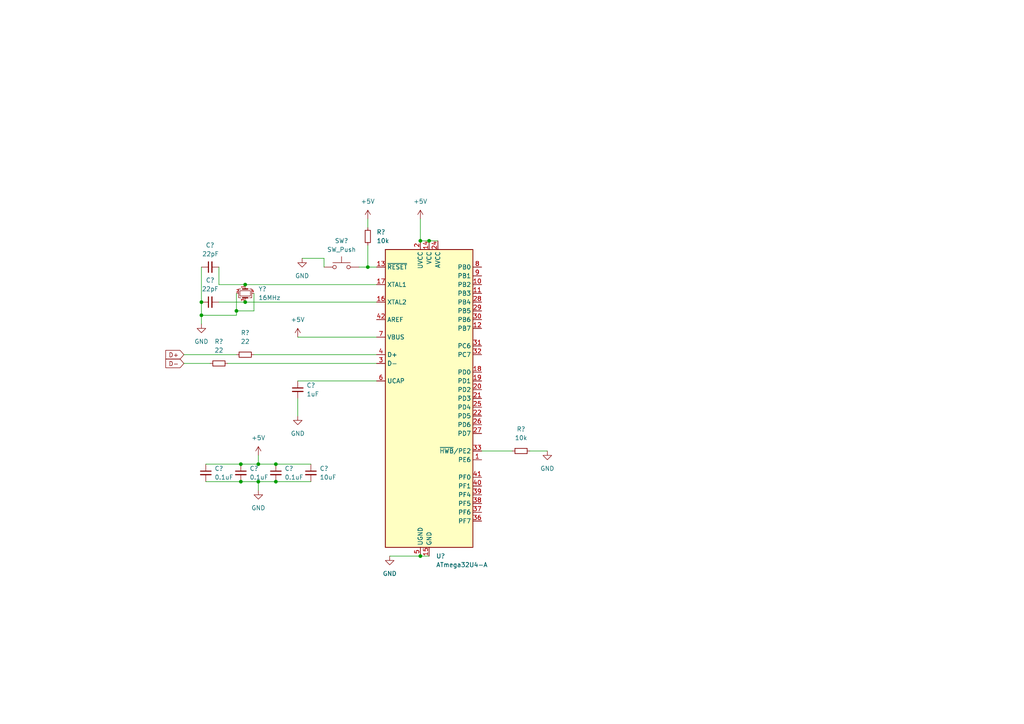
<source format=kicad_sch>
(kicad_sch (version 20211123) (generator eeschema)
  (paper "A4")
  (lib_symbols
    (symbol "Device:C_Small" (pin_numbers hide) (pin_names (offset 0.254) hide)
      (property "Reference" "C" (at 0.254 1.778 0))
      (property "Value" "C_Small" (at 0.254 -2.032 0))
      (symbol "C_Small_0_1"
        (polyline (pts (xy -1.524 -0.508) (xy 1.524 -0.508)) (stroke (width 0.3302)))
        (polyline (pts (xy -1.524 0.508) (xy 1.524 0.508)) (stroke (width 0.3048)))
      )
      (symbol "C_Small_1_1"
        (pin passive line (at 0 2.54 270) (length 2.032) (name "~") (number "1"))
        (pin passive line (at 0 -2.54 90) (length 2.032) (name "~") (number "2"))
      )
    )
    (symbol "Device:Crystal_GND24_Small" (pin_names (offset 1.016) hide)
      (property "Reference" "Y" (at 1.27 4.445 0))
      (property "Value" "Crystal_GND24_Small" (at 1.27 2.54 0))
      (symbol "Crystal_GND24_Small_0_1"
        (rectangle (start -0.762 -1.524) (end 0.762 1.524))
        (polyline (pts (xy -1.27 -0.762) (xy -1.27 0.762)) (stroke (width 0.381)))
        (polyline (pts (xy 1.27 -0.762) (xy 1.27 0.762)) (stroke (width 0.381)))
        (polyline (pts (xy -1.27 -1.27) (xy -1.27 -1.905) (xy 1.27 -1.905) (xy 1.27 -1.27)))
        (polyline (pts (xy -1.27 1.27) (xy -1.27 1.905) (xy 1.27 1.905) (xy 1.27 1.27)))
      )
      (symbol "Crystal_GND24_Small_1_1"
        (pin passive line (at -2.54 0 0) (length 1.27) (name "1") (number "1"))
        (pin passive line (at 0 -2.54 90) (length 0.635) (name "2") (number "2"))
        (pin passive line (at 2.54 0 180) (length 1.27) (name "3") (number "3"))
        (pin passive line (at 0 2.54 270) (length 0.635) (name "4") (number "4"))
      )
    )
    (symbol "Device:R_Small" (pin_numbers hide) (pin_names (offset 0.254) hide)
      (property "Reference" "R" (at 0.762 0.508 0))
      (property "Value" "R_Small" (at 0.762 -1.016 0))
      (symbol "R_Small_0_1"
        (rectangle (start -0.762 1.778) (end 0.762 -1.778) (stroke (width 0.2032)))
      )
      (symbol "R_Small_1_1"
        (pin passive line (at 0 2.54 270) (length 0.762) (name "~") (number "1"))
        (pin passive line (at 0 -2.54 90) (length 0.762) (name "~") (number "2"))
      )
    )
    (symbol "MCU_Microchip_ATmega:ATmega32U4-A"
      (property "Reference" "U" (at -12.7 44.45 0))
      (property "Value" "ATmega32U4-A" (at 2.54 -44.45 0))
      (symbol "ATmega32U4-A_0_1"
        (rectangle (start -12.7 -43.18) (end 12.7 43.18) (stroke (width 0.254)) (fill (type background)))
      )
      (symbol "ATmega32U4-A_1_1"
        (pin bidirectional line (at 15.24 -17.78 180) (length 2.54) (name "PE6") (number "1"))
        (pin bidirectional line (at 15.24 33.02 180) (length 2.54) (name "PB2") (number "10"))
        (pin bidirectional line (at 15.24 30.48 180) (length 2.54) (name "PB3") (number "11"))
        (pin bidirectional line (at 15.24 20.32 180) (length 2.54) (name "PB7") (number "12"))
        (pin input line (at -15.24 38.1 0) (length 2.54) (name "~{RESET}") (number "13"))
        (pin power_in line (at 0 45.72 270) (length 2.54) (name "VCC") (number "14"))
        (pin power_in line (at 0 -45.72 90) (length 2.54) (name "GND") (number "15"))
        (pin output line (at -15.24 27.94 0) (length 2.54) (name "XTAL2") (number "16"))
        (pin input line (at -15.24 33.02 0) (length 2.54) (name "XTAL1") (number "17"))
        (pin bidirectional line (at 15.24 7.62 180) (length 2.54) (name "PD0") (number "18"))
        (pin bidirectional line (at 15.24 5.08 180) (length 2.54) (name "PD1") (number "19"))
        (pin power_in line (at -2.54 45.72 270) (length 2.54) (name "UVCC") (number "2"))
        (pin bidirectional line (at 15.24 2.54 180) (length 2.54) (name "PD2") (number "20"))
        (pin bidirectional line (at 15.24 0 180) (length 2.54) (name "PD3") (number "21"))
        (pin bidirectional line (at 15.24 -5.08 180) (length 2.54) (name "PD5") (number "22"))
        (pin passive line (at 0 -45.72 90) (length 2.54) hide (name "GND") (number "23"))
        (pin power_in line (at 2.54 45.72 270) (length 2.54) (name "AVCC") (number "24"))
        (pin bidirectional line (at 15.24 -2.54 180) (length 2.54) (name "PD4") (number "25"))
        (pin bidirectional line (at 15.24 -7.62 180) (length 2.54) (name "PD6") (number "26"))
        (pin bidirectional line (at 15.24 -10.16 180) (length 2.54) (name "PD7") (number "27"))
        (pin bidirectional line (at 15.24 27.94 180) (length 2.54) (name "PB4") (number "28"))
        (pin bidirectional line (at 15.24 25.4 180) (length 2.54) (name "PB5") (number "29"))
        (pin bidirectional line (at -15.24 10.16 0) (length 2.54) (name "D-") (number "3"))
        (pin bidirectional line (at 15.24 22.86 180) (length 2.54) (name "PB6") (number "30"))
        (pin bidirectional line (at 15.24 15.24 180) (length 2.54) (name "PC6") (number "31"))
        (pin bidirectional line (at 15.24 12.7 180) (length 2.54) (name "PC7") (number "32"))
        (pin bidirectional line (at 15.24 -15.24 180) (length 2.54) (name "~{HWB}/PE2") (number "33"))
        (pin passive line (at 0 45.72 270) (length 2.54) hide (name "VCC") (number "34"))
        (pin passive line (at 0 -45.72 90) (length 2.54) hide (name "GND") (number "35"))
        (pin bidirectional line (at 15.24 -35.56 180) (length 2.54) (name "PF7") (number "36"))
        (pin bidirectional line (at 15.24 -33.02 180) (length 2.54) (name "PF6") (number "37"))
        (pin bidirectional line (at 15.24 -30.48 180) (length 2.54) (name "PF5") (number "38"))
        (pin bidirectional line (at 15.24 -27.94 180) (length 2.54) (name "PF4") (number "39"))
        (pin bidirectional line (at -15.24 12.7 0) (length 2.54) (name "D+") (number "4"))
        (pin bidirectional line (at 15.24 -25.4 180) (length 2.54) (name "PF1") (number "40"))
        (pin bidirectional line (at 15.24 -22.86 180) (length 2.54) (name "PF0") (number "41"))
        (pin passive line (at -15.24 22.86 0) (length 2.54) (name "AREF") (number "42"))
        (pin passive line (at 0 -45.72 90) (length 2.54) hide (name "GND") (number "43"))
        (pin passive line (at 2.54 45.72 270) (length 2.54) hide (name "AVCC") (number "44"))
        (pin passive line (at -2.54 -45.72 90) (length 2.54) (name "UGND") (number "5"))
        (pin passive line (at -15.24 5.08 0) (length 2.54) (name "UCAP") (number "6"))
        (pin input line (at -15.24 17.78 0) (length 2.54) (name "VBUS") (number "7"))
        (pin bidirectional line (at 15.24 38.1 180) (length 2.54) (name "PB0") (number "8"))
        (pin bidirectional line (at 15.24 35.56 180) (length 2.54) (name "PB1") (number "9"))
      )
    )
    (symbol "Switch:SW_Push" (pin_numbers hide) (pin_names (offset 1.016) hide)
      (property "Reference" "SW" (at 1.27 2.54 0))
      (property "Value" "SW_Push" (at 0 -1.524 0))
      (symbol "SW_Push_0_1"
        (circle (center -2.032 0) (radius 0.508))
        (polyline (pts (xy 0 1.27) (xy 0 3.048)))
        (polyline (pts (xy 2.54 1.27) (xy -2.54 1.27)))
        (circle (center 2.032 0) (radius 0.508))
        (pin passive line (at -5.08 0 0) (length 2.54) (name "1") (number "1"))
        (pin passive line (at 5.08 0 180) (length 2.54) (name "2") (number "2"))
      )
    )
    (symbol "power:+5V" (power) (pin_names (offset 0))
      (property "Value" "+5V" (at 0 3.556 0))
      (symbol "+5V_0_1"
        (polyline (pts (xy -0.762 1.27) (xy 0 2.54)))
        (polyline (pts (xy 0 0) (xy 0 2.54)))
        (polyline (pts (xy 0 2.54) (xy 0.762 1.27)))
      )
      (symbol "+5V_1_1"
        (pin power_in line (at 0 0 90) (length 0) hide (name "+5V") (number "1"))
      )
    )
    (symbol "power:GND" (power) (pin_names (offset 0))
      (property "Value" "GND" (at 0 -3.81 0))
      (symbol "GND_0_1"
        (polyline (pts (xy 0 0) (xy 0 -1.27) (xy 1.27 -1.27) (xy 0 -2.54) (xy -1.27 -1.27) (xy 0 -1.27)))
      )
      (symbol "GND_1_1"
        (pin power_in line (at 0 0 270) (length 0) hide (name "GND") (number "1"))
      )
    )
  )
  (junction (at 121.92 69.85))
  (junction (at 58.42 87.63))
  (junction (at 121.92 161.29))
  (junction (at 74.93 139.7))
  (junction (at 71.12 82.55))
  (junction (at 106.68 77.47))
  (junction (at 71.12 87.63))
  (junction (at 58.42 91.44))
  (junction (at 80.01 134.62))
  (junction (at 74.93 134.62))
  (junction (at 69.85 134.62))
  (junction (at 68.58 90.17))
  (junction (at 124.46 69.85))
  (junction (at 69.85 139.7))
  (junction (at 80.01 139.7))
  (wire (pts (xy 53.34 105.41) (xy 60.96 105.41)))
  (wire (pts (xy 71.12 82.55) (xy 63.5 82.55)))
  (wire (pts (xy 106.68 71.12) (xy 106.68 77.47)))
  (wire (pts (xy 58.42 77.47) (xy 58.42 87.63)))
  (wire (pts (xy 59.69 139.7) (xy 69.85 139.7)))
  (wire (pts (xy 71.12 82.55) (xy 109.22 82.55)))
  (wire (pts (xy 124.46 69.85) (xy 121.92 69.85)))
  (wire (pts (xy 127 69.85) (xy 124.46 69.85)))
  (wire (pts (xy 63.5 87.63) (xy 71.12 87.63)))
  (wire (pts (xy 153.67 130.81) (xy 158.75 130.81)))
  (wire (pts (xy 80.01 139.7) (xy 90.17 139.7)))
  (wire (pts (xy 58.42 91.44) (xy 58.42 93.98)))
  (wire (pts (xy 121.92 69.85) (xy 121.92 63.5)))
  (wire (pts (xy 121.92 161.29) (xy 124.46 161.29)))
  (wire (pts (xy 71.12 87.63) (xy 109.22 87.63)))
  (wire (pts (xy 93.98 77.47) (xy 93.98 74.93)))
  (wire (pts (xy 74.93 142.24) (xy 74.93 139.7)))
  (wire (pts (xy 58.42 87.63) (xy 58.42 91.44)))
  (wire (pts (xy 73.66 90.17) (xy 68.58 90.17)))
  (wire (pts (xy 74.93 139.7) (xy 80.01 139.7)))
  (wire (pts (xy 74.93 134.62) (xy 80.01 134.62)))
  (wire (pts (xy 139.7 130.81) (xy 148.59 130.81)))
  (wire (pts (xy 68.58 91.44) (xy 58.42 91.44)))
  (wire (pts (xy 69.85 134.62) (xy 74.93 134.62)))
  (wire (pts (xy 68.58 90.17) (xy 68.58 91.44)))
  (wire (pts (xy 59.69 134.62) (xy 69.85 134.62)))
  (wire (pts (xy 93.98 74.93) (xy 87.63 74.93)))
  (wire (pts (xy 74.93 132.08) (xy 74.93 134.62)))
  (wire (pts (xy 113.03 161.29) (xy 121.92 161.29)))
  (wire (pts (xy 86.36 115.57) (xy 86.36 120.65)))
  (wire (pts (xy 80.01 134.62) (xy 90.17 134.62)))
  (wire (pts (xy 73.66 85.09) (xy 73.66 90.17)))
  (wire (pts (xy 53.34 102.87) (xy 68.58 102.87)))
  (wire (pts (xy 106.68 77.47) (xy 109.22 77.47)))
  (wire (pts (xy 106.68 63.5) (xy 106.68 66.04)))
  (wire (pts (xy 104.14 77.47) (xy 106.68 77.47)))
  (wire (pts (xy 109.22 110.49) (xy 86.36 110.49)))
  (wire (pts (xy 69.85 139.7) (xy 74.93 139.7)))
  (wire (pts (xy 73.66 102.87) (xy 109.22 102.87)))
  (wire (pts (xy 63.5 82.55) (xy 63.5 77.47)))
  (wire (pts (xy 68.58 85.09) (xy 68.58 90.17)))
  (wire (pts (xy 86.36 97.79) (xy 109.22 97.79)))
  (wire (pts (xy 66.04 105.41) (xy 109.22 105.41)))
  (global_label "D+" (shape input) (at 53.34 102.87 180) (property "Intersheet References" "${INTERSHEET_REFS}" (effects hide)))
  (global_label "D-" (shape input) (at 53.34 105.41 180) (property "Intersheet References" "${INTERSHEET_REFS}" (effects hide)))
  (symbol (lib_id "power:GND") (at 113.03 161.29 0) (unit 1)
    (property "Reference" "#PWR?" (effects hide))
    (property "Value" "GND" (at 113.03 166.37 0))
  )
  (symbol (lib_id "Device:C_Small") (at 60.96 87.63 90) (unit 1)
    (property "Reference" "C?" (at 60.9663 81.28 90))
    (property "Value" "22pF" (at 60.9663 83.82 90))
  )
  (symbol (lib_id "power:GND") (at 58.42 93.98 0) (unit 1)
    (property "Reference" "#PWR?" (effects hide))
    (property "Value" "GND" (at 58.42 99.06 0))
  )
  (symbol (lib_id "power:+5V") (at 106.68 63.5 0) (unit 1)
    (property "Reference" "#PWR?" (effects hide))
    (property "Value" "+5V" (at 106.68 58.42 0))
  )
  (symbol (lib_id "power:+5V") (at 86.36 97.79 0) (unit 1)
    (property "Reference" "#PWR?" (effects hide))
    (property "Value" "+5V" (at 86.36 92.71 0))
  )
  (symbol (lib_id "power:GND") (at 158.75 130.81 0) (unit 1)
    (property "Reference" "#PWR?" (effects hide))
    (property "Value" "GND" (at 158.75 135.89 0))
  )
  (symbol (lib_id "Device:C_Small") (at 69.85 137.16 0) (unit 1)
    (property "Reference" "C?" (at 72.39 135.8962 0) (effects (justify left)))
    (property "Value" "0.1uF" (at 72.39 138.4362 0) (effects (justify left)))
  )
  (symbol (lib_id "Device:C_Small") (at 60.96 77.47 90) (unit 1)
    (property "Reference" "C?" (at 62.23 71.12 90) (effects (justify left)))
    (property "Value" "22pF" (at 63.5 73.66 90) (effects (justify left)))
  )
  (symbol (lib_id "MCU_Microchip_ATmega:ATmega32U4-A") (at 124.46 115.57 0) (unit 1)
    (property "Reference" "U?" (at 126.4794 161.29 0) (effects (justify left)))
    (property "Value" "ATmega32U4-A" (at 126.4794 163.83 0) (effects (justify left)))
    (property "Footprint" "Package_QFP:TQFP-44_10x10mm_P0.8mm" (effects hide))
    (property "Datasheet" "http://ww1.microchip.com/downloads/en/DeviceDoc/Atmel-7766-8-bit-AVR-ATmega16U4-32U4_Datasheet.pdf" (effects hide))
  )
  (symbol (lib_id "Device:R_Small") (at 63.5 105.41 90) (unit 1)
    (property "Reference" "R?" (at 63.5 99.06 90))
    (property "Value" "22" (at 63.5 101.6 90))
  )
  (symbol (lib_id "Device:C_Small") (at 86.36 113.03 0) (unit 1)
    (property "Reference" "C?" (at 88.9 111.7662 0) (effects (justify left)))
    (property "Value" "1uF" (at 88.9 114.3062 0) (effects (justify left)))
  )
  (symbol (lib_id "power:GND") (at 86.36 120.65 0) (unit 1)
    (property "Reference" "#PWR?" (effects hide))
    (property "Value" "GND" (at 86.36 125.73 0))
  )
  (symbol (lib_id "Device:C_Small") (at 90.17 137.16 0) (unit 1)
    (property "Reference" "C?" (at 92.71 135.8962 0) (effects (justify left)))
    (property "Value" "10uF" (at 92.71 138.4362 0) (effects (justify left)))
  )
  (symbol (lib_id "Device:C_Small") (at 59.69 137.16 0) (unit 1)
    (property "Reference" "C?" (at 62.23 135.8962 0) (effects (justify left)))
    (property "Value" "0.1uF" (at 62.23 138.4362 0) (effects (justify left)))
  )
  (symbol (lib_id "power:GND") (at 87.63 74.93 0) (unit 1)
    (property "Reference" "#PWR?" (effects hide))
    (property "Value" "GND" (at 87.63 80.01 0))
  )
  (symbol (lib_id "Device:R_Small") (at 71.12 102.87 90) (unit 1)
    (property "Reference" "R?" (at 71.12 96.52 90))
    (property "Value" "22" (at 71.12 99.06 90))
  )
  (symbol (lib_id "Device:C_Small") (at 80.01 137.16 0) (unit 1)
    (property "Reference" "C?" (at 82.55 135.8962 0) (effects (justify left)))
    (property "Value" "0.1uF" (at 82.55 138.4362 0) (effects (justify left)))
  )
  (symbol (lib_id "power:+5V") (at 74.93 132.08 0) (unit 1)
    (property "Reference" "#PWR?" (effects hide))
    (property "Value" "+5V" (at 74.93 127 0))
  )
  (symbol (lib_id "Device:R_Small") (at 151.13 130.81 90) (unit 1)
    (property "Reference" "R?" (at 151.13 124.46 90))
    (property "Value" "10k" (at 151.13 127 90))
  )
  (symbol (lib_id "power:+5V") (at 121.92 63.5 0) (unit 1)
    (property "Reference" "#PWR?" (effects hide))
    (property "Value" "+5V" (at 121.92 58.42 0))
  )
  (symbol (lib_id "power:GND") (at 74.93 142.24 0) (unit 1)
    (property "Reference" "#PWR?" (effects hide))
    (property "Value" "GND" (at 74.93 147.32 0))
  )
  (symbol (lib_id "Switch:SW_Push") (at 99.06 77.47 0) (unit 1)
    (property "Reference" "SW?" (at 99.06 69.85 0))
    (property "Value" "SW_Push" (at 99.06 72.39 0))
  )
  (symbol (lib_id "Device:Crystal_GND24_Small") (at 71.12 85.09 270) (unit 1)
    (property "Reference" "Y?" (at 74.93 83.82 90) (effects (justify left)))
    (property "Value" "16MHz" (at 74.93 86.36 90) (effects (justify left)))
  )
  (symbol (lib_id "Device:R_Small") (at 106.68 68.58 0) (unit 1)
    (property "Reference" "R?" (at 109.22 67.3099 0) (effects (justify left)))
    (property "Value" "10k" (at 109.22 69.8499 0) (effects (justify left)))
  )
)
</source>
